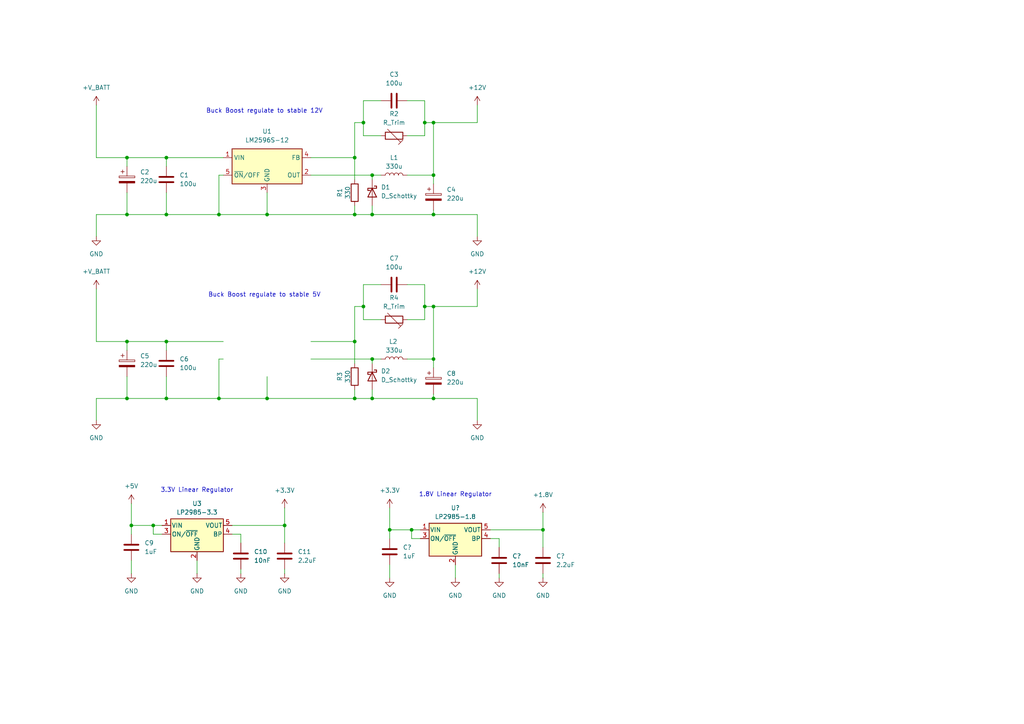
<source format=kicad_sch>
(kicad_sch (version 20250114) (generator "eeschema") (generator_version "9.0")
  (paper "A4")
  (lib_symbols
    (symbol "Device:C" (pin_numbers (hide yes)) (pin_names (offset 0.254))
      (property "Reference" "C" (at 0.635 2.54 0))
      (property "Value" "C" (at 0.635 -2.54 0))
      (symbol "C_0_1"
        (polyline (pts (xy -2.032 0.762) (xy 2.032 0.762)) (stroke (width 0.508)))
        (polyline (pts (xy -2.032 -0.762) (xy 2.032 -0.762)) (stroke (width 0.508)))
      )
      (symbol "C_1_1"
        (pin passive line (at 0 3.81 270) (length 2.794) (name "~") (number "1"))
        (pin passive line (at 0 -3.81 90) (length 2.794) (name "~") (number "2"))
      )
    )
    (symbol "Device:C_Polarized" (pin_numbers (hide yes)) (pin_names (offset 0.254))
      (property "Reference" "C" (at 0.635 2.54 0))
      (property "Value" "C_Polarized" (at 0.635 -2.54 0))
      (symbol "C_Polarized_0_1"
        (rectangle (start -2.286 0.508) (end 2.286 1.016))
        (polyline (pts (xy -1.778 2.286) (xy -0.762 2.286)))
        (polyline (pts (xy -1.27 2.794) (xy -1.27 1.778)))
        (rectangle (start 2.286 -0.508) (end -2.286 -1.016) (fill (type outline)))
      )
      (symbol "C_Polarized_1_1"
        (pin passive line (at 0 3.81 270) (length 2.794) (name "~") (number "1"))
        (pin passive line (at 0 -3.81 90) (length 2.794) (name "~") (number "2"))
      )
    )
    (symbol "Device:D_Schottky" (pin_numbers (hide yes)) (pin_names (offset 1.016) (hide yes))
      (property "Reference" "D" (at 0 2.54 0))
      (property "Value" "D_Schottky" (at 0 -2.54 0))
      (symbol "D_Schottky_0_1"
        (polyline (pts (xy -1.905 0.635) (xy -1.905 1.27) (xy -1.27 1.27) (xy -1.27 -1.27) (xy -0.635 -1.27) (xy -0.635 -0.635)) (stroke (width 0.254)))
        (polyline (pts (xy 1.27 1.27) (xy 1.27 -1.27) (xy -1.27 0) (xy 1.27 1.27)) (stroke (width 0.254)))
        (polyline (pts (xy 1.27 0) (xy -1.27 0)))
      )
      (symbol "D_Schottky_1_1"
        (pin passive line (at -3.81 0 0) (length 2.54) (name "K") (number "1"))
        (pin passive line (at 3.81 0 180) (length 2.54) (name "A") (number "2"))
      )
    )
    (symbol "Device:L" (pin_numbers (hide yes)) (pin_names (offset 1.016) (hide yes))
      (property "Reference" "L" (at -1.27 0 90))
      (property "Value" "L" (at 1.905 0 90))
      (symbol "L_0_1"
        (arc (start 0 2.54) (mid 0.6323 1.905) (end 0 1.27))
        (arc (start 0 1.27) (mid 0.6323 0.635) (end 0 0))
        (arc (start 0 0) (mid 0.6323 -0.635) (end 0 -1.27))
        (arc (start 0 -1.27) (mid 0.6323 -1.905) (end 0 -2.54))
      )
      (symbol "L_1_1"
        (pin passive line (at 0 3.81 270) (length 1.27) (name "1") (number "1"))
        (pin passive line (at 0 -3.81 90) (length 1.27) (name "2") (number "2"))
      )
    )
    (symbol "Device:R" (pin_numbers (hide yes)) (pin_names (offset 0))
      (property "Reference" "R" (at 2.032 0 90))
      (property "Value" "R" (at 0 0 90))
      (symbol "R_0_1"
        (rectangle (start -1.016 -2.54) (end 1.016 2.54) (stroke (width 0.254)))
      )
      (symbol "R_1_1"
        (pin passive line (at 0 3.81 270) (length 1.27) (name "~") (number "1"))
        (pin passive line (at 0 -3.81 90) (length 1.27) (name "~") (number "2"))
      )
    )
    (symbol "Device:R_Trim" (pin_numbers (hide yes)) (pin_names (offset 0))
      (property "Reference" "R" (at 2.54 -2.54 90))
      (property "Value" "R_Trim" (at -2.54 -0.635 90))
      (symbol "R_Trim_0_1"
        (polyline (pts (xy -1.905 -1.905) (xy 1.905 1.905) (xy 2.54 1.27) (xy 1.27 2.54)))
        (rectangle (start -1.016 -2.54) (end 1.016 2.54) (stroke (width 0.254)))
      )
      (symbol "R_Trim_1_1"
        (pin passive line (at 0 3.81 270) (length 1.27) (name "~") (number "1"))
        (pin passive line (at 0 -3.81 90) (length 1.27) (name "~") (number "2"))
      )
    )
    (symbol "Regulator_Linear:LP2985-1.8" (pin_names (offset 0.254))
      (property "Reference" "U" (at -6.35 5.715 0))
      (property "Value" "LP2985-1.8" (at 0 5.715 0))
      (symbol "LP2985-1.8_0_1"
        (rectangle (start -7.62 -5.08) (end 7.62 4.445) (stroke (width 0.254)) (fill (type background)))
      )
      (symbol "LP2985-1.8_1_1"
        (pin power_in line (at -10.16 2.54 0) (length 2.54) (name "VIN") (number "1"))
        (pin input line (at -10.16 0 0) (length 2.54) (name "ON/~{OFF}") (number "3"))
        (pin power_in line (at 0 -7.62 90) (length 2.54) (name "GND") (number "2"))
        (pin power_out line (at 10.16 2.54 180) (length 2.54) (name "VOUT") (number "5"))
        (pin input line (at 10.16 0 180) (length 2.54) (name "BP") (number "4"))
      )
    )
    (symbol "Regulator_Linear:LP2985-3.3" (pin_names (offset 0.254))
      (property "Reference" "U" (at -6.35 5.715 0))
      (property "Value" "LP2985-3.3" (at 0 5.715 0))
      (symbol "LP2985-3.3_0_1"
        (rectangle (start -7.62 -5.08) (end 7.62 4.445) (stroke (width 0.254)) (fill (type background)))
      )
      (symbol "LP2985-3.3_1_1"
        (pin power_in line (at -10.16 2.54 0) (length 2.54) (name "VIN") (number "1"))
        (pin input line (at -10.16 0 0) (length 2.54) (name "ON/~{OFF}") (number "3"))
        (pin power_in line (at 0 -7.62 90) (length 2.54) (name "GND") (number "2"))
        (pin power_out line (at 10.16 2.54 180) (length 2.54) (name "VOUT") (number "5"))
        (pin input line (at 10.16 0 180) (length 2.54) (name "BP") (number "4"))
      )
    )
    (symbol "Regulator_Switching:LM2596S-12"
      (property "Reference" "U" (at -10.16 6.35 0))
      (property "Value" "LM2596S-12" (at 0 6.35 0))
      (symbol "LM2596S-12_0_1"
        (rectangle (start -10.16 5.08) (end 10.16 -5.08) (stroke (width 0.254)) (fill (type background)))
      )
      (symbol "LM2596S-12_1_1"
        (pin power_in line (at -12.7 2.54 0) (length 2.54) (name "VIN") (number "1"))
        (pin input line (at -12.7 -2.54 0) (length 2.54) (name "~{ON}/OFF") (number "5"))
        (pin power_in line (at 0 -7.62 90) (length 2.54) (name "GND") (number "3"))
        (pin input line (at 12.7 2.54 180) (length 2.54) (name "FB") (number "4"))
        (pin output line (at 12.7 -2.54 180) (length 2.54) (name "OUT") (number "2"))
      )
    )
    (symbol "power:+12V" (power) (pin_numbers (hide yes)) (pin_names (offset 0) (hide yes))
      (property "Value" "+12V" (at 0 3.556 0))
      (symbol "+12V_0_1"
        (polyline (pts (xy -0.762 1.27) (xy 0 2.54)))
        (polyline (pts (xy 0 2.54) (xy 0.762 1.27)))
        (polyline (pts (xy 0 0) (xy 0 2.54)))
      )
      (symbol "+12V_1_1"
        (pin power_in line (at 0 0 90) (length 0) (name "~") (number "1"))
      )
    )
    (symbol "power:+5V" (power) (pin_numbers (hide yes)) (pin_names (offset 0) (hide yes))
      (property "Value" "+5V" (at 0 3.556 0))
      (symbol "+5V_0_1"
        (polyline (pts (xy -0.762 1.27) (xy 0 2.54)))
        (polyline (pts (xy 0 2.54) (xy 0.762 1.27)))
        (polyline (pts (xy 0 0) (xy 0 2.54)))
      )
      (symbol "+5V_1_1"
        (pin power_in line (at 0 0 90) (length 0) (name "~") (number "1"))
      )
    )
    (symbol "power:GND" (power) (pin_numbers (hide yes)) (pin_names (offset 0) (hide yes))
      (property "Value" "GND" (at 0 -3.81 0))
      (symbol "GND_0_1"
        (polyline (pts (xy 0 0) (xy 0 -1.27) (xy 1.27 -1.27) (xy 0 -2.54) (xy -1.27 -1.27) (xy 0 -1.27)))
      )
      (symbol "GND_1_1"
        (pin power_in line (at 0 0 270) (length 0) (name "~") (number "1"))
      )
    )
  )
  (text "Buck Boost regulate to stable 5V" (at 76.708 85.598 0) (effects (font (size 1.27 1.27))))
  (text "Buck Boost regulate to stable 12V" (at 76.708 32.258 0) (effects (font (size 1.27 1.27))))
  (text "1.8V Linear Regulator" (at 132.08 143.51 0) (effects (font (size 1.27 1.27))))
  (text "3.3V Linear Regulator" (at 57.15 142.24 0) (effects (font (size 1.27 1.27))))
  (junction (at 36.83 99.06))
  (junction (at 48.26 99.06))
  (junction (at 77.47 115.57))
  (junction (at 63.5 62.23))
  (junction (at 102.87 115.57))
  (junction (at 107.95 115.57))
  (junction (at 119.38 153.67))
  (junction (at 82.55 152.4))
  (junction (at 107.95 62.23))
  (junction (at 125.73 104.14))
  (junction (at 36.83 115.57))
  (junction (at 105.41 35.56))
  (junction (at 48.26 62.23))
  (junction (at 36.83 45.72))
  (junction (at 123.19 88.9))
  (junction (at 102.87 99.06))
  (junction (at 125.73 88.9))
  (junction (at 77.47 62.23))
  (junction (at 105.41 88.9))
  (junction (at 44.45 152.4))
  (junction (at 48.26 45.72))
  (junction (at 113.03 153.67))
  (junction (at 36.83 62.23))
  (junction (at 157.48 153.67))
  (junction (at 125.73 62.23))
  (junction (at 102.87 62.23))
  (junction (at 63.5 115.57))
  (junction (at 107.95 50.8))
  (junction (at 48.26 115.57))
  (junction (at 123.19 35.56))
  (junction (at 125.73 50.8))
  (junction (at 102.87 45.72))
  (junction (at 107.95 104.14))
  (junction (at 38.1 152.4))
  (junction (at 125.73 35.56))
  (junction (at 125.73 115.57))
  (wire (pts (xy 36.83 45.72) (xy 36.83 48.26)))
  (wire (pts (xy 48.26 55.88) (xy 48.26 62.23)))
  (wire (pts (xy 38.1 146.05) (xy 38.1 152.4)))
  (wire (pts (xy 48.26 101.6) (xy 48.26 99.06)))
  (wire (pts (xy 102.87 115.57) (xy 107.95 115.57)))
  (wire (pts (xy 90.17 104.14) (xy 107.95 104.14)))
  (wire (pts (xy 107.95 104.14) (xy 110.49 104.14)))
  (wire (pts (xy 121.92 156.21) (xy 119.38 156.21)))
  (wire (pts (xy 105.41 82.55) (xy 105.41 88.9)))
  (wire (pts (xy 107.95 62.23) (xy 107.95 59.69)))
  (wire (pts (xy 38.1 152.4) (xy 44.45 152.4)))
  (wire (pts (xy 105.41 35.56) (xy 105.41 39.37)))
  (wire (pts (xy 113.03 153.67) (xy 113.03 156.21)))
  (wire (pts (xy 48.26 109.22) (xy 48.26 115.57)))
  (wire (pts (xy 63.5 115.57) (xy 48.26 115.57)))
  (wire (pts (xy 118.11 50.8) (xy 125.73 50.8)))
  (wire (pts (xy 157.48 166.37) (xy 157.48 167.64)))
  (wire (pts (xy 63.5 104.14) (xy 63.5 115.57)))
  (wire (pts (xy 138.43 68.58) (xy 138.43 62.23)))
  (wire (pts (xy 48.26 99.06) (xy 36.83 99.06)))
  (wire (pts (xy 113.03 153.67) (xy 119.38 153.67)))
  (wire (pts (xy 138.43 30.48) (xy 138.43 35.56)))
  (wire (pts (xy 125.73 88.9) (xy 138.43 88.9)))
  (wire (pts (xy 102.87 35.56) (xy 102.87 45.72)))
  (wire (pts (xy 90.17 50.8) (xy 107.95 50.8)))
  (wire (pts (xy 125.73 115.57) (xy 107.95 115.57)))
  (wire (pts (xy 82.55 165.1) (xy 82.55 166.37)))
  (wire (pts (xy 123.19 82.55) (xy 123.19 88.9)))
  (wire (pts (xy 63.5 62.23) (xy 48.26 62.23)))
  (wire (pts (xy 142.24 156.21) (xy 144.78 156.21)))
  (wire (pts (xy 44.45 154.94) (xy 44.45 152.4)))
  (wire (pts (xy 105.41 88.9) (xy 105.41 92.71)))
  (wire (pts (xy 110.49 29.21) (xy 105.41 29.21)))
  (wire (pts (xy 27.94 62.23) (xy 27.94 68.58)))
  (wire (pts (xy 82.55 152.4) (xy 82.55 157.48)))
  (wire (pts (xy 77.47 55.88) (xy 77.47 62.23)))
  (wire (pts (xy 110.49 92.71) (xy 105.41 92.71)))
  (wire (pts (xy 102.87 99.06) (xy 102.87 105.41)))
  (wire (pts (xy 27.94 115.57) (xy 27.94 121.92)))
  (wire (pts (xy 36.83 62.23) (xy 36.83 55.88)))
  (wire (pts (xy 105.41 29.21) (xy 105.41 35.56)))
  (wire (pts (xy 48.26 99.06) (xy 64.77 99.06)))
  (wire (pts (xy 157.48 148.59) (xy 157.48 153.67)))
  (wire (pts (xy 144.78 158.75) (xy 144.78 156.21)))
  (wire (pts (xy 142.24 153.67) (xy 157.48 153.67)))
  (wire (pts (xy 157.48 153.67) (xy 157.48 158.75)))
  (wire (pts (xy 57.15 162.56) (xy 57.15 166.37)))
  (wire (pts (xy 125.73 62.23) (xy 138.43 62.23)))
  (wire (pts (xy 27.94 99.06) (xy 36.83 99.06)))
  (wire (pts (xy 102.87 62.23) (xy 107.95 62.23)))
  (wire (pts (xy 36.83 115.57) (xy 36.83 109.22)))
  (wire (pts (xy 125.73 88.9) (xy 125.73 104.14)))
  (wire (pts (xy 125.73 60.96) (xy 125.73 62.23)))
  (wire (pts (xy 110.49 39.37) (xy 105.41 39.37)))
  (wire (pts (xy 46.99 154.94) (xy 44.45 154.94)))
  (wire (pts (xy 27.94 45.72) (xy 36.83 45.72)))
  (wire (pts (xy 27.94 83.82) (xy 27.94 99.06)))
  (wire (pts (xy 77.47 62.23) (xy 102.87 62.23)))
  (wire (pts (xy 138.43 121.92) (xy 138.43 115.57)))
  (wire (pts (xy 67.31 152.4) (xy 82.55 152.4)))
  (wire (pts (xy 107.95 52.07) (xy 107.95 50.8)))
  (wire (pts (xy 82.55 147.32) (xy 82.55 152.4)))
  (wire (pts (xy 125.73 35.56) (xy 125.73 50.8)))
  (wire (pts (xy 107.95 105.41) (xy 107.95 104.14)))
  (wire (pts (xy 44.45 152.4) (xy 46.99 152.4)))
  (wire (pts (xy 67.31 154.94) (xy 69.85 154.94)))
  (wire (pts (xy 107.95 115.57) (xy 107.95 113.03)))
  (wire (pts (xy 119.38 153.67) (xy 121.92 153.67)))
  (wire (pts (xy 48.26 45.72) (xy 64.77 45.72)))
  (wire (pts (xy 119.38 156.21) (xy 119.38 153.67)))
  (wire (pts (xy 118.11 104.14) (xy 125.73 104.14)))
  (wire (pts (xy 38.1 152.4) (xy 38.1 154.94)))
  (wire (pts (xy 48.26 62.23) (xy 36.83 62.23)))
  (wire (pts (xy 102.87 59.69) (xy 102.87 62.23)))
  (wire (pts (xy 118.11 29.21) (xy 123.19 29.21)))
  (wire (pts (xy 64.77 104.14) (xy 63.5 104.14)))
  (wire (pts (xy 69.85 157.48) (xy 69.85 154.94)))
  (wire (pts (xy 123.19 39.37) (xy 118.11 39.37)))
  (wire (pts (xy 125.73 104.14) (xy 125.73 106.68)))
  (wire (pts (xy 64.77 50.8) (xy 63.5 50.8)))
  (wire (pts (xy 123.19 88.9) (xy 123.19 92.71)))
  (wire (pts (xy 113.03 147.32) (xy 113.03 153.67)))
  (wire (pts (xy 27.94 30.48) (xy 27.94 45.72)))
  (wire (pts (xy 138.43 83.82) (xy 138.43 88.9)))
  (wire (pts (xy 102.87 99.06) (xy 90.17 99.06)))
  (wire (pts (xy 77.47 115.57) (xy 63.5 115.57)))
  (wire (pts (xy 38.1 162.56) (xy 38.1 166.37)))
  (wire (pts (xy 123.19 35.56) (xy 123.19 39.37)))
  (wire (pts (xy 113.03 163.83) (xy 113.03 167.64)))
  (wire (pts (xy 125.73 35.56) (xy 138.43 35.56)))
  (wire (pts (xy 77.47 62.23) (xy 63.5 62.23)))
  (wire (pts (xy 48.26 48.26) (xy 48.26 45.72)))
  (wire (pts (xy 27.94 115.57) (xy 36.83 115.57)))
  (wire (pts (xy 48.26 45.72) (xy 36.83 45.72)))
  (wire (pts (xy 125.73 115.57) (xy 138.43 115.57)))
  (wire (pts (xy 77.47 115.57) (xy 102.87 115.57)))
  (wire (pts (xy 110.49 82.55) (xy 105.41 82.55)))
  (wire (pts (xy 144.78 166.37) (xy 144.78 167.64)))
  (wire (pts (xy 69.85 165.1) (xy 69.85 166.37)))
  (wire (pts (xy 107.95 50.8) (xy 110.49 50.8)))
  (wire (pts (xy 125.73 114.3) (xy 125.73 115.57)))
  (wire (pts (xy 105.41 35.56) (xy 102.87 35.56)))
  (wire (pts (xy 102.87 113.03) (xy 102.87 115.57)))
  (wire (pts (xy 105.41 88.9) (xy 102.87 88.9)))
  (wire (pts (xy 125.73 88.9) (xy 123.19 88.9)))
  (wire (pts (xy 125.73 62.23) (xy 107.95 62.23)))
  (wire (pts (xy 118.11 82.55) (xy 123.19 82.55)))
  (wire (pts (xy 36.83 99.06) (xy 36.83 101.6)))
  (wire (pts (xy 123.19 29.21) (xy 123.19 35.56)))
  (wire (pts (xy 132.08 163.83) (xy 132.08 167.64)))
  (wire (pts (xy 102.87 45.72) (xy 102.87 52.07)))
  (wire (pts (xy 125.73 50.8) (xy 125.73 53.34)))
  (wire (pts (xy 48.26 115.57) (xy 36.83 115.57)))
  (wire (pts (xy 102.87 45.72) (xy 90.17 45.72)))
  (wire (pts (xy 123.19 92.71) (xy 118.11 92.71)))
  (wire (pts (xy 77.47 109.22) (xy 77.47 115.57)))
  (wire (pts (xy 27.94 62.23) (xy 36.83 62.23)))
  (wire (pts (xy 102.87 88.9) (xy 102.87 99.06)))
  (wire (pts (xy 125.73 35.56) (xy 123.19 35.56)))
  (wire (pts (xy 63.5 50.8) (xy 63.5 62.23)))
  (symbol (lib_id "power:GND") (at 157.48 167.64 0) (unit 1)
    (property "Reference" "#PWR?" (effects (hide yes)))
    (property "Value" "GND" (at 157.48 172.72 0))
    (property "Description" "Power symbol creates a global label with name \"GND\" , ground" (effects (hide yes)))
  )
  (symbol (lib_id "power:GND") (at 138.43 68.58 0) (unit 1)
    (property "Reference" "#PWR04" (effects (hide yes)))
    (property "Value" "GND" (at 138.43 73.66 0))
    (property "Description" "Power symbol creates a global label with name \"GND\" , ground" (effects (hide yes)))
  )
  (symbol (lib_id "power:GND") (at 82.55 166.37 0) (unit 1)
    (property "Reference" "#PWR014" (effects (hide yes)))
    (property "Value" "GND" (at 82.55 171.45 0))
    (property "Description" "Power symbol creates a global label with name \"GND\" , ground" (effects (hide yes)))
  )
  (symbol (lib_id "Device:L") (at 114.3 104.14 90) (unit 1)
    (property "Reference" "L2" (at 114.046 99.06 90))
    (property "Value" "330u" (at 114.3 101.6 90))
    (property "Description" "Inductor" (effects (hide yes)))
  )
  (symbol (lib_id "power:GND") (at 38.1 166.37 0) (unit 1)
    (property "Reference" "#PWR010" (effects (hide yes)))
    (property "Value" "GND" (at 38.1 171.45 0))
    (property "Description" "Power symbol creates a global label with name \"GND\" , ground" (effects (hide yes)))
  )
  (symbol (lib_id "power:GND") (at 57.15 166.37 0) (unit 1)
    (property "Reference" "#PWR011" (effects (hide yes)))
    (property "Value" "GND" (at 57.15 171.45 0))
    (property "Description" "Power symbol creates a global label with name \"GND\" , ground" (effects (hide yes)))
  )
  (symbol (lib_id "power:GND") (at 27.94 68.58 0) (unit 1)
    (property "Reference" "#PWR02" (effects (hide yes)))
    (property "Value" "GND" (at 27.94 73.66 0))
    (property "Description" "Power symbol creates a global label with name \"GND\" , ground" (effects (hide yes)))
  )
  (symbol (lib_id "Device:R") (at 102.87 55.88 180) (unit 1)
    (property "Reference" "R1" (at 98.552 55.88 90))
    (property "Value" "330" (at 100.838 55.88 90))
    (property "Description" "Resistor" (effects (hide yes)))
  )
  (symbol (lib_id "power:+5V") (at 82.55 147.32 0) (unit 1)
    (property "Reference" "#PWR013" (effects (hide yes)))
    (property "Value" "+3.3V" (at 82.55 142.24 0))
    (property "Description" "Power symbol creates a global label with name \"+5V\"" (effects (hide yes)))
  )
  (symbol (lib_id "Device:C") (at 69.85 161.29 0) (unit 1)
    (property "Reference" "C10" (at 73.66 160.0199 0) (effects (justify left)))
    (property "Value" "10nF" (at 73.66 162.5599 0) (effects (justify left)))
    (property "Description" "Unpolarized capacitor" (effects (hide yes)))
  )
  (symbol (lib_id "Device:L") (at 114.3 50.8 90) (unit 1)
    (property "Reference" "L1" (at 114.3 45.72 90))
    (property "Value" "330u" (at 114.3 48.26 90))
    (property "Description" "Inductor" (effects (hide yes)))
  )
  (symbol (lib_id "Device:C") (at 113.03 160.02 0) (unit 1)
    (property "Reference" "C?" (at 116.84 158.7499 0) (effects (justify left)))
    (property "Value" "1uF" (at 116.84 161.2899 0) (effects (justify left)))
    (property "Description" "Unpolarized capacitor" (effects (hide yes)))
  )
  (symbol (lib_id "Device:D_Schottky") (at 107.95 55.88 270) (unit 1)
    (property "Reference" "D1" (at 110.49 54.2924 90) (effects (justify left)))
    (property "Value" "D_Schottky" (at 110.49 56.8324 90) (effects (justify left)))
    (property "Description" "Schottky diode" (effects (hide yes)))
  )
  (symbol (lib_id "power:+5V") (at 138.43 83.82 0) (unit 1)
    (property "Reference" "#PWR07" (effects (hide yes)))
    (property "Value" "+12V" (at 138.43 78.74 0))
    (property "Description" "Power symbol creates a global label with name \"+5V\"" (effects (hide yes)))
  )
  (symbol (lib_id "power:+5V") (at 138.43 30.48 0) (unit 1)
    (property "Reference" "#PWR03" (effects (hide yes)))
    (property "Value" "+12V" (at 138.43 25.4 0))
    (property "Description" "Power symbol creates a global label with name \"+5V\"" (effects (hide yes)))
  )
  (symbol (lib_id "Device:C") (at 38.1 158.75 0) (unit 1)
    (property "Reference" "C9" (at 41.91 157.4799 0) (effects (justify left)))
    (property "Value" "1uF" (at 41.91 160.0199 0) (effects (justify left)))
    (property "Description" "Unpolarized capacitor" (effects (hide yes)))
  )
  (symbol (lib_id "Device:C") (at 157.48 162.56 0) (unit 1)
    (property "Reference" "C?" (at 161.29 161.2899 0) (effects (justify left)))
    (property "Value" "2.2uF" (at 161.29 163.8299 0) (effects (justify left)))
    (property "Description" "Unpolarized capacitor" (effects (hide yes)))
  )
  (symbol (lib_id "power:GND") (at 138.43 121.92 0) (unit 1)
    (property "Reference" "#PWR08" (effects (hide yes)))
    (property "Value" "GND" (at 138.43 127 0))
    (property "Description" "Power symbol creates a global label with name \"GND\" , ground" (effects (hide yes)))
  )
  (symbol (lib_id "power:+12V") (at 113.03 147.32 0) (unit 1)
    (property "Reference" "#PWR?" (effects (hide yes)))
    (property "Value" "+3.3V" (at 113.03 142.24 0))
    (property "Description" "Power symbol creates a global label with name \"+12V\"" (effects (hide yes)))
  )
  (symbol (lib_id "power:GND") (at 144.78 167.64 0) (unit 1)
    (property "Reference" "#PWR?" (effects (hide yes)))
    (property "Value" "GND" (at 144.78 172.72 0))
    (property "Description" "Power symbol creates a global label with name \"GND\" , ground" (effects (hide yes)))
  )
  (symbol (lib_id "power:GND") (at 132.08 167.64 0) (unit 1)
    (property "Reference" "#PWR?" (effects (hide yes)))
    (property "Value" "GND" (at 132.08 172.72 0))
    (property "Description" "Power symbol creates a global label with name \"GND\" , ground" (effects (hide yes)))
  )
  (symbol (lib_id "Device:C") (at 144.78 162.56 0) (unit 1)
    (property "Reference" "C?" (at 148.59 161.2899 0) (effects (justify left)))
    (property "Value" "10nF" (at 148.59 163.8299 0) (effects (justify left)))
    (property "Description" "Unpolarized capacitor" (effects (hide yes)))
  )
  (symbol (lib_id "Device:C_Polarized") (at 125.73 57.15 0) (unit 1)
    (property "Reference" "C4" (at 129.54 54.9909 0) (effects (justify left)))
    (property "Value" "220u" (at 129.54 57.5309 0) (effects (justify left)))
    (property "Description" "Polarized capacitor" (effects (hide yes)))
  )
  (symbol (lib_id "Device:R_Trim") (at 114.3 92.71 270) (unit 1)
    (property "Reference" "R4" (at 114.3 86.36 90))
    (property "Value" "R_Trim" (at 114.3 88.9 90))
    (property "Description" "Trimmable resistor (preset resistor)" (effects (hide yes)))
  )
  (symbol (lib_id "Device:C_Polarized") (at 36.83 52.07 0) (unit 1)
    (property "Reference" "C2" (at 40.64 49.9109 0) (effects (justify left)))
    (property "Value" "220u" (at 40.64 52.4509 0) (effects (justify left)))
    (property "Description" "Polarized capacitor" (effects (hide yes)))
  )
  (symbol (lib_id "Device:C") (at 48.26 52.07 0) (unit 1)
    (property "Reference" "C1" (at 52.07 50.7999 0) (effects (justify left)))
    (property "Value" "100u" (at 52.07 53.3399 0) (effects (justify left)))
    (property "Description" "Unpolarized capacitor" (effects (hide yes)))
  )
  (symbol (lib_id "power:GND") (at 69.85 166.37 0) (unit 1)
    (property "Reference" "#PWR012" (effects (hide yes)))
    (property "Value" "GND" (at 69.85 171.45 0))
    (property "Description" "Power symbol creates a global label with name \"GND\" , ground" (effects (hide yes)))
  )
  (symbol (lib_id "Device:C") (at 114.3 82.55 90) (unit 1)
    (property "Reference" "C7" (at 114.3 74.93 90))
    (property "Value" "100u" (at 114.3 77.47 90))
    (property "Description" "Unpolarized capacitor" (effects (hide yes)))
  )
  (symbol (lib_id "power:+5V") (at 157.48 148.59 0) (unit 1)
    (property "Reference" "#PWR?" (effects (hide yes)))
    (property "Value" "+1.8V" (at 157.48 143.51 0))
    (property "Description" "Power symbol creates a global label with name \"+5V\"" (effects (hide yes)))
  )
  (symbol (lib_id "Regulator_Linear:LP2985-1.8") (at 132.08 156.21 0) (unit 1)
    (property "Reference" "U?" (at 132.08 147.32 0))
    (property "Value" "LP2985-1.8" (at 132.08 149.86 0))
    (property "Datasheet" "http://www.ti.com/lit/ds/symlink/lp2985.pdf" (effects (hide yes)))
    (property "Description" "150mA 16V Low-noise Low-dropout Regulator With Shutdown, 1.8V output voltage, SOT-23-5" (effects (hide yes)))
  )
  (symbol (lib_id "Device:C") (at 114.3 29.21 90) (unit 1)
    (property "Reference" "C3" (at 114.3 21.59 90))
    (property "Value" "100u" (at 114.3 24.13 90))
    (property "Description" "Unpolarized capacitor" (effects (hide yes)))
  )
  (symbol (lib_id "power:+12V") (at 27.94 83.82 0) (unit 1)
    (property "Reference" "#PWR05" (effects (hide yes)))
    (property "Value" "+V_BATT" (at 27.94 78.74 0))
    (property "Description" "Power symbol creates a global label with name \"+12V\"" (effects (hide yes)))
  )
  (symbol (lib_id "Regulator_Switching:LM2596S-12") (at 77.47 48.26 0) (unit 1)
    (property "Reference" "U1" (at 77.47 38.1 0))
    (property "Value" "LM2596S-12" (at 77.47 40.64 0))
    (property "Footprint" "Package_TO_SOT_SMD:TO-263-5_TabPin3" (effects (hide yes)))
    (property "Datasheet" "http://www.ti.com/lit/ds/symlink/lm2596.pdf" (effects (hide yes)))
    (property "Description" "12V 3A Step-Down Voltage Regulator, TO-263" (effects (hide yes)))
  )
  (symbol (lib_id "Device:C_Polarized") (at 36.83 105.41 0) (unit 1)
    (property "Reference" "C5" (at 40.64 103.2509 0) (effects (justify left)))
    (property "Value" "220u" (at 40.64 105.7909 0) (effects (justify left)))
    (property "Description" "Polarized capacitor" (effects (hide yes)))
  )
  (symbol (lib_id "Device:C") (at 48.26 105.41 0) (unit 1)
    (property "Reference" "C6" (at 52.07 104.1399 0) (effects (justify left)))
    (property "Value" "100u" (at 52.07 106.6799 0) (effects (justify left)))
    (property "Description" "Unpolarized capacitor" (effects (hide yes)))
  )
  (symbol (lib_id "Regulator_Linear:LP2985-3.3") (at 57.15 154.94 0) (unit 1)
    (property "Reference" "U3" (at 57.15 146.05 0))
    (property "Value" "LP2985-3.3" (at 57.15 148.59 0))
    (property "Footprint" "Package_TO_SOT_SMD:SOT-23-5" (effects (hide yes)))
    (property "Datasheet" "http://www.ti.com/lit/ds/symlink/lp2985.pdf" (effects (hide yes)))
    (property "Description" "150mA 16V Low-noise Low-dropout Regulator With Shutdown, 3.3V output voltage, SOT-23-5" (effects (hide yes)))
  )
  (symbol (lib_id "power:GND") (at 113.03 167.64 0) (unit 1)
    (property "Reference" "#PWR?" (effects (hide yes)))
    (property "Value" "GND" (at 113.03 172.72 0))
    (property "Description" "Power symbol creates a global label with name \"GND\" , ground" (effects (hide yes)))
  )
  (symbol (lib_id "Device:R_Trim") (at 114.3 39.37 270) (unit 1)
    (property "Reference" "R2" (at 114.3 33.02 90))
    (property "Value" "R_Trim" (at 114.3 35.56 90))
    (property "Description" "Trimmable resistor (preset resistor)" (effects (hide yes)))
  )
  (symbol (lib_id "Device:C") (at 82.55 161.29 0) (unit 1)
    (property "Reference" "C11" (at 86.36 160.0199 0) (effects (justify left)))
    (property "Value" "2.2uF" (at 86.36 162.5599 0) (effects (justify left)))
    (property "Description" "Unpolarized capacitor" (effects (hide yes)))
  )
  (symbol (lib_id "power:GND") (at 27.94 121.92 0) (unit 1)
    (property "Reference" "#PWR06" (effects (hide yes)))
    (property "Value" "GND" (at 27.94 127 0))
    (property "Description" "Power symbol creates a global label with name \"GND\" , ground" (effects (hide yes)))
  )
  (symbol (lib_id "power:+12V") (at 38.1 146.05 0) (unit 1)
    (property "Reference" "#PWR09" (effects (hide yes)))
    (property "Value" "+5V" (at 38.1 140.97 0))
    (property "Description" "Power symbol creates a global label with name \"+12V\"" (effects (hide yes)))
  )
  (symbol (lib_id "Device:C_Polarized") (at 125.73 110.49 0) (unit 1)
    (property "Reference" "C8" (at 129.54 108.3309 0) (effects (justify left)))
    (property "Value" "220u" (at 129.54 110.8709 0) (effects (justify left)))
    (property "Description" "Polarized capacitor" (effects (hide yes)))
  )
  (symbol (lib_id "power:+12V") (at 27.94 30.48 0) (unit 1)
    (property "Reference" "#PWR01" (effects (hide yes)))
    (property "Value" "+V_BATT" (at 27.94 25.4 0))
    (property "Description" "Power symbol creates a global label with name \"+12V\"" (effects (hide yes)))
  )
  (symbol (lib_id "Device:R") (at 102.87 109.22 180) (unit 1)
    (property "Reference" "R3" (at 98.552 109.22 90))
    (property "Value" "330" (at 100.838 109.22 90))
    (property "Description" "Resistor" (effects (hide yes)))
  )
  (symbol (lib_id "Device:D_Schottky") (at 107.95 109.22 270) (unit 1)
    (property "Reference" "D2" (at 110.49 107.6324 90) (effects (justify left)))
    (property "Value" "D_Schottky" (at 110.49 110.1724 90) (effects (justify left)))
    (property "Description" "Schottky diode" (effects (hide yes)))
  )
)
</source>
